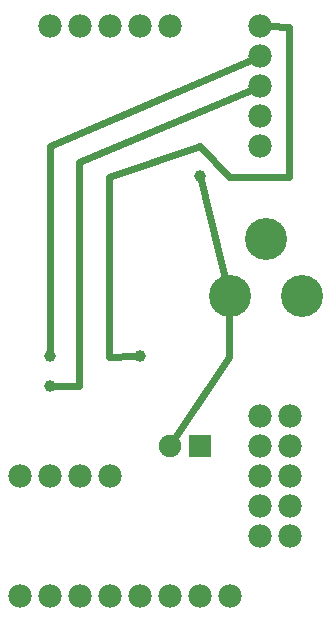
<source format=gtl>
G04 MADE WITH FRITZING*
G04 WWW.FRITZING.ORG*
G04 DOUBLE SIDED*
G04 HOLES PLATED*
G04 CONTOUR ON CENTER OF CONTOUR VECTOR*
%ASAXBY*%
%FSLAX23Y23*%
%MOIN*%
%OFA0B0*%
%SFA1.0B1.0*%
%ADD10C,0.078000*%
%ADD11C,0.039370*%
%ADD12C,0.075000*%
%ADD13C,0.140000*%
%ADD14R,0.075000X0.075000*%
%ADD15C,0.024000*%
%LNCOPPER1*%
G90*
G70*
G54D10*
X920Y2000D03*
X920Y1900D03*
X920Y1800D03*
X920Y1700D03*
X920Y1600D03*
G54D11*
X520Y900D03*
X720Y1500D03*
X220Y800D03*
X220Y900D03*
G54D10*
X120Y500D03*
X220Y500D03*
X320Y500D03*
X420Y500D03*
G54D12*
X720Y600D03*
X620Y600D03*
G54D10*
X220Y2000D03*
X320Y2000D03*
X420Y2000D03*
X520Y2000D03*
X620Y2000D03*
X820Y100D03*
X720Y100D03*
X620Y100D03*
X520Y100D03*
X420Y100D03*
X320Y100D03*
X220Y100D03*
X120Y100D03*
G54D13*
X820Y1100D03*
X1060Y1100D03*
X940Y1290D03*
G54D10*
X920Y700D03*
X920Y600D03*
X920Y500D03*
X920Y400D03*
X920Y300D03*
X920Y700D03*
X920Y600D03*
X920Y500D03*
X920Y400D03*
X920Y300D03*
X1020Y300D03*
X1020Y400D03*
X1020Y500D03*
X1020Y600D03*
X1020Y700D03*
G54D14*
X720Y600D03*
G54D15*
X819Y1039D02*
X818Y899D01*
D02*
X818Y899D02*
X636Y624D01*
D02*
X419Y899D02*
X419Y1499D01*
D02*
X419Y1499D02*
X721Y1600D01*
D02*
X721Y1600D02*
X818Y1499D01*
D02*
X818Y1499D02*
X1019Y1499D01*
D02*
X1019Y1499D02*
X1019Y1999D01*
D02*
X1019Y1999D02*
X950Y2000D01*
D02*
X501Y900D02*
X419Y899D01*
D02*
X318Y802D02*
X318Y1547D01*
D02*
X318Y1547D02*
X892Y1789D01*
D02*
X239Y801D02*
X318Y802D01*
D02*
X221Y1600D02*
X892Y1888D01*
D02*
X220Y919D02*
X221Y1600D01*
D02*
X720Y1500D02*
X805Y1160D01*
D02*
X815Y1119D02*
X720Y1500D01*
G04 End of Copper1*
M02*
</source>
